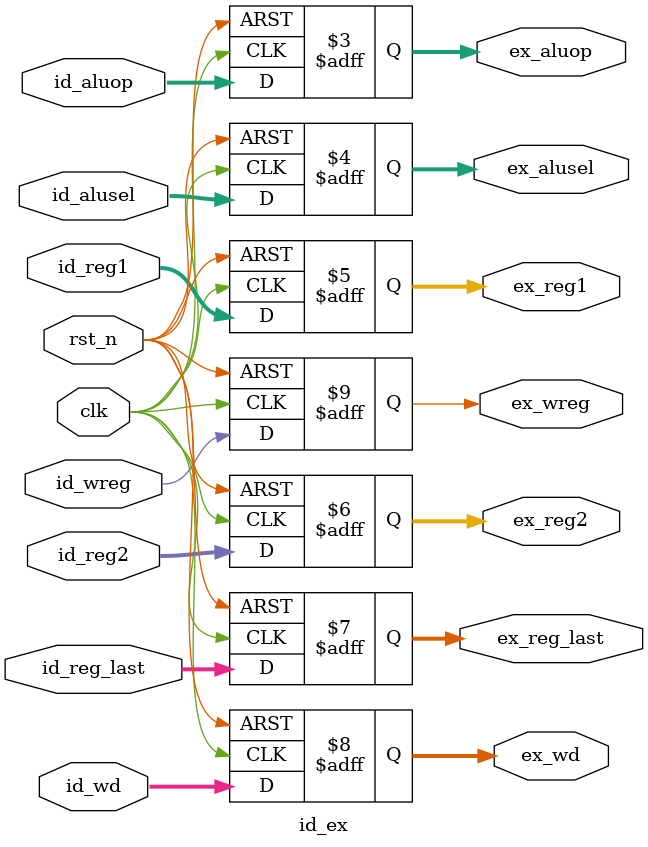
<source format=v>
`timescale 1ns / 1ps


module id_ex(
        input                clk,
        input                rst_n,
        
        input [6:0]          id_aluop,
        input [2:0]          id_alusel,
        input [31:0]         id_reg1,
        input [31:0]         id_reg2,
		input [31:0]         id_reg_last, //**
        input [4:0]          id_wd,
        input                id_wreg,               //Ä¿µÄ¼Ä´æÆ÷Ê¹ÄÜ
        
        output reg [6:0]     ex_aluop,
        output reg [2:0]     ex_alusel,
        output reg [31:0]    ex_reg1,
        output reg [31:0]    ex_reg2,
		output reg [31:0]    ex_reg_last, //**
        output reg [4:0]     ex_wd,
        output reg           ex_wreg
		
    );
    
always @ (posedge clk or negedge rst_n) begin
    if(~rst_n) begin
        ex_aluop <= 0;
        ex_alusel <= 0;
        ex_reg1 <= 0;
        ex_reg2 <= 0;
		ex_reg_last <= 0;//**
		ex_wd <= 0;
        ex_wreg <= 0;
    end
    else begin
        ex_aluop <= id_aluop;
        ex_alusel <= id_alusel;
        ex_reg1 <= id_reg1;
        ex_reg2 <= id_reg2;
		ex_reg_last <= id_reg_last;//**
        ex_wd <= id_wd;
        ex_wreg <= id_wreg;
    end
end
endmodule

</source>
